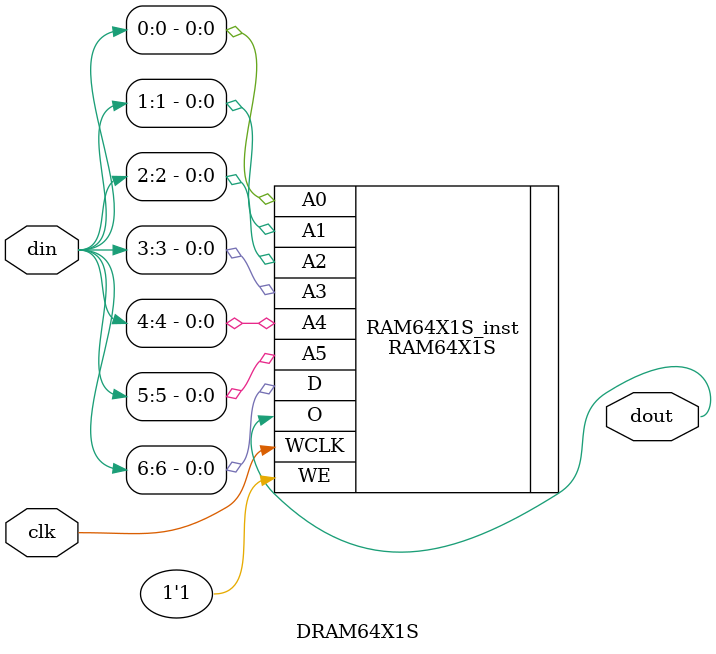
<source format=v>

module top(input clk, stb, di, output do);
    localparam integer DIN_N = 160;
    localparam integer DOUT_N = 160;

    reg [DIN_N-1:0] din;
    wire [DOUT_N-1:0] dout;

    reg [DIN_N-1:0] din_shr;
    reg [DOUT_N-1:0] dout_shr;

    always @(posedge clk) begin
        din_shr <= {din_shr, di};
        dout_shr <= {dout_shr, din_shr[DIN_N-1]};
        if (stb) begin
            din <= din_shr;
            dout_shr <= dout;
        end
    end

    assign do = dout_shr[DOUT_N-1];

    roi roi (
        .clk(clk),
        .din(din),
        .dout(dout)
    );
endmodule

module roi(input clk, input [159:0] din, output [159:0] dout);
    DRAM32X1S
        #(
            .LOC("SLICE_X1Y240")
        )
        inst_0 (
            .clk(clk),
            .din(din[  0 +: 10]),
            .dout(dout[  0 +: 1])
        );

    DRAM64X1S
        #(
            .LOC("SLICE_X1Y241")
        )
        inst_1 (
            .clk(clk),
            .din(din[  10 +: 10]),
            .dout(dout[  1 +: 1])
        );
endmodule

// ---------------------------------------------------------------------

module DRAM32X1S(input clk, input [5:0] din, output dout);
	parameter LOC = "";

    (* LOC=LOC *)
    RAM32X1S #(
        .INIT(32'h00000000),    // Initial contents of RAM
        .IS_WCLK_INVERTED(1'b0) // Specifies active high/low WCLK
     ) RAM32X1S_inst (
        .O(dout),       // RAM output
        .A0(din[0]),     // RAM address[0] input
        .A1(din[1]),     // RAM address[1] input
        .A2(din[2]),     // RAM address[2] input
        .A3(din[3]),     // RAM address[3] input
        .A4(din[4]),     // RAM address[4] input
        .D(din[5]),       // RAM data input
        .WCLK(clk), // Write clock input
        .WE(1'b1)      // Write enable input
     );
endmodule

module DRAM64X1S(input clk, input [6:0] din, output dout);
	parameter LOC = "";

    (* LOC=LOC *)
    RAM64X1S #(
        .INIT(64'h00000000),    // Initial contents of RAM
        .IS_WCLK_INVERTED(1'b0) // Specifies active high/low WCLK
     ) RAM64X1S_inst (
        .O(dout),       // RAM output
        .A0(din[0]),     // RAM address[0] input
        .A1(din[1]),     // RAM address[1] input
        .A2(din[2]),     // RAM address[2] input
        .A3(din[3]),     // RAM address[3] input
        .A4(din[4]),     // RAM address[4] input
        .A5(din[5]),     // RAM address[5] input
        .D(din[6]),       // RAM data input
        .WCLK(clk), // Write clock input
        .WE(1'b1)      // Write enable input
     );
endmodule

</source>
